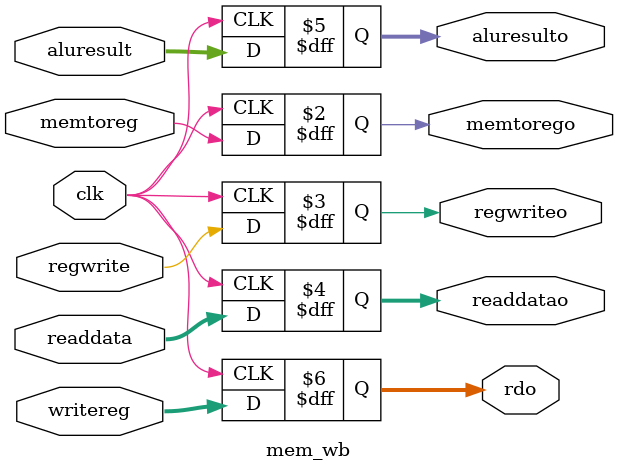
<source format=v>
`timescale 1ns / 1ps


module mem_wb(input clk, input memtoreg , output reg memtorego ,input regwrite , output reg regwriteo, input [4:0]writereg,
 input [31:0]readdata , output reg [31:0] readdatao ,input [31:0]aluresult , output reg [31:0] aluresulto , output reg [4:0]rdo

    );
    
    always@(posedge clk)
begin 
   regwriteo<=regwrite;
   memtorego<=memtoreg;
   readdatao<=readdata;
   aluresulto<=aluresult;
   rdo<=writereg;
   
end
endmodule

</source>
